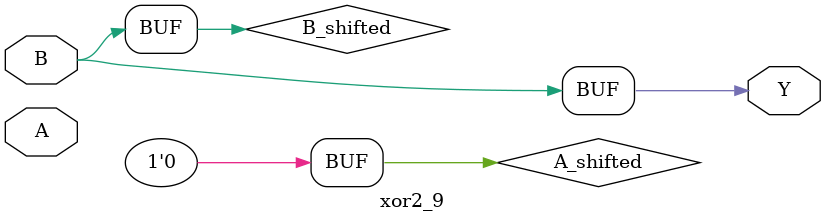
<source format=sv>
module xor2_9 (
    input wire A, B,
    output reg Y
);
    reg A_shifted;
    reg B_shifted;
    
    // 使用always块替代assign语句和条件运算符
    always @(*) begin
        // 桶形移位器实现左移1位
        if (1'b1) begin
            A_shifted = {A, 1'b0}; // 当移位量为1时，左移1位
        end else begin
            A_shifted = A;
        end
        
        // 桶形移位器实现右移1位
        if (1'b1) begin
            B_shifted = {1'b0, B}; // 当移位量为1时，右移1位
        end else begin
            B_shifted = B;
        end
        
        // 最终的异或操作
        Y = A_shifted ^ B_shifted;
    end
endmodule
</source>
